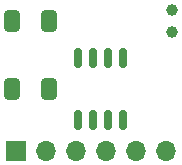
<source format=gbr>
%TF.GenerationSoftware,KiCad,Pcbnew,8.0.5*%
%TF.CreationDate,2025-10-26T06:15:10+01:00*%
%TF.ProjectId,FRTC8563S,46525443-3835-4363-9353-2e6b69636164,rev?*%
%TF.SameCoordinates,Original*%
%TF.FileFunction,Soldermask,Top*%
%TF.FilePolarity,Negative*%
%FSLAX46Y46*%
G04 Gerber Fmt 4.6, Leading zero omitted, Abs format (unit mm)*
G04 Created by KiCad (PCBNEW 8.0.5) date 2025-10-26 06:15:10*
%MOMM*%
%LPD*%
G01*
G04 APERTURE LIST*
G04 Aperture macros list*
%AMRoundRect*
0 Rectangle with rounded corners*
0 $1 Rounding radius*
0 $2 $3 $4 $5 $6 $7 $8 $9 X,Y pos of 4 corners*
0 Add a 4 corners polygon primitive as box body*
4,1,4,$2,$3,$4,$5,$6,$7,$8,$9,$2,$3,0*
0 Add four circle primitives for the rounded corners*
1,1,$1+$1,$2,$3*
1,1,$1+$1,$4,$5*
1,1,$1+$1,$6,$7*
1,1,$1+$1,$8,$9*
0 Add four rect primitives between the rounded corners*
20,1,$1+$1,$2,$3,$4,$5,0*
20,1,$1+$1,$4,$5,$6,$7,0*
20,1,$1+$1,$6,$7,$8,$9,0*
20,1,$1+$1,$8,$9,$2,$3,0*%
G04 Aperture macros list end*
%ADD10C,1.000000*%
%ADD11RoundRect,0.150000X-0.150000X0.675000X-0.150000X-0.675000X0.150000X-0.675000X0.150000X0.675000X0*%
%ADD12RoundRect,0.250000X0.412500X0.650000X-0.412500X0.650000X-0.412500X-0.650000X0.412500X-0.650000X0*%
%ADD13R,1.700000X1.700000*%
%ADD14O,1.700000X1.700000*%
G04 APERTURE END LIST*
D10*
%TO.C,Y1*%
X155000000Y-46050000D03*
X155000000Y-47950000D03*
%TD*%
D11*
%TO.C,U1*%
X150905000Y-50125000D03*
X149635000Y-50125000D03*
X148365000Y-50125000D03*
X147095000Y-50125000D03*
X147095000Y-55375000D03*
X148365000Y-55375000D03*
X149635000Y-55375000D03*
X150905000Y-55375000D03*
%TD*%
D12*
%TO.C,C1*%
X144625000Y-47000000D03*
X141500000Y-47000000D03*
%TD*%
%TO.C,C2*%
X144625000Y-52750000D03*
X141500000Y-52750000D03*
%TD*%
D13*
%TO.C,J2*%
X141800000Y-58000000D03*
D14*
X144340000Y-58000000D03*
X146880000Y-58000000D03*
X149420000Y-58000000D03*
X151960000Y-58000000D03*
X154500000Y-58000000D03*
%TD*%
M02*

</source>
